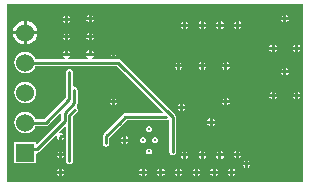
<source format=gbl>
G04*
G04 #@! TF.GenerationSoftware,Altium Limited,Altium Designer,20.2.5 (213)*
G04*
G04 Layer_Physical_Order=2*
G04 Layer_Color=16711680*
%FSLAX25Y25*%
%MOIN*%
G70*
G04*
G04 #@! TF.SameCoordinates,F18023E5-EE5D-4DE6-B478-A7BB098ACCA1*
G04*
G04*
G04 #@! TF.FilePolarity,Positive*
G04*
G01*
G75*
%ADD10C,0.01000*%
%ADD36C,0.06000*%
%ADD37R,0.06000X0.06000*%
%ADD38C,0.00787*%
%ADD39C,0.00600*%
G36*
X98427Y1D02*
X2D01*
Y59057D01*
X98427D01*
Y1D01*
D02*
G37*
%LPC*%
G36*
X93007Y55524D02*
Y54798D01*
X93733D01*
X93731Y54805D01*
X93444Y55235D01*
X93014Y55522D01*
X93007Y55524D01*
D02*
G37*
G36*
X92007D02*
X92000Y55522D01*
X91570Y55235D01*
X91282Y54805D01*
X91281Y54798D01*
X92007D01*
Y55524D01*
D02*
G37*
G36*
X28046D02*
Y54798D01*
X28772D01*
X28771Y54805D01*
X28484Y55235D01*
X28054Y55522D01*
X28046Y55524D01*
D02*
G37*
G36*
X27046D02*
X27039Y55522D01*
X26609Y55235D01*
X26322Y54805D01*
X26320Y54798D01*
X27046D01*
Y55524D01*
D02*
G37*
G36*
X20187Y55361D02*
Y54635D01*
X20913D01*
X20911Y54642D01*
X20624Y55072D01*
X20194Y55360D01*
X20187Y55361D01*
D02*
G37*
G36*
X19187D02*
X19180Y55360D01*
X18749Y55072D01*
X18462Y54642D01*
X18461Y54635D01*
X19187D01*
Y55361D01*
D02*
G37*
G36*
X93733Y53798D02*
X93007D01*
Y53072D01*
X93014Y53073D01*
X93444Y53360D01*
X93731Y53790D01*
X93733Y53798D01*
D02*
G37*
G36*
X92007D02*
X91281D01*
X91282Y53790D01*
X91570Y53360D01*
X92000Y53073D01*
X92007Y53072D01*
Y53798D01*
D02*
G37*
G36*
X28772D02*
X28046D01*
Y53072D01*
X28054Y53073D01*
X28484Y53360D01*
X28771Y53790D01*
X28772Y53798D01*
D02*
G37*
G36*
X27046D02*
X26320D01*
X26322Y53790D01*
X26609Y53360D01*
X27039Y53073D01*
X27046Y53072D01*
Y53798D01*
D02*
G37*
G36*
X20913Y53635D02*
X20187D01*
Y52909D01*
X20194Y52911D01*
X20624Y53198D01*
X20911Y53628D01*
X20913Y53635D01*
D02*
G37*
G36*
X19187D02*
X18461D01*
X18462Y53628D01*
X18749Y53198D01*
X19180Y52911D01*
X19187Y52909D01*
Y53635D01*
D02*
G37*
G36*
X77273Y53393D02*
Y52667D01*
X77999D01*
X77998Y52674D01*
X77711Y53104D01*
X77281Y53391D01*
X77273Y53393D01*
D02*
G37*
G36*
X76273D02*
X76266Y53391D01*
X75836Y53104D01*
X75549Y52674D01*
X75547Y52667D01*
X76273D01*
Y53393D01*
D02*
G37*
G36*
X71368D02*
Y52667D01*
X72094D01*
X72092Y52674D01*
X71805Y53104D01*
X71375Y53391D01*
X71368Y53393D01*
D02*
G37*
G36*
X70368D02*
X70361Y53391D01*
X69931Y53104D01*
X69643Y52674D01*
X69642Y52667D01*
X70368D01*
Y53393D01*
D02*
G37*
G36*
X65462D02*
Y52667D01*
X66188D01*
X66187Y52674D01*
X65900Y53104D01*
X65470Y53391D01*
X65462Y53393D01*
D02*
G37*
G36*
X64462D02*
X64455Y53391D01*
X64025Y53104D01*
X63738Y52674D01*
X63736Y52667D01*
X64462D01*
Y53393D01*
D02*
G37*
G36*
X59557D02*
Y52667D01*
X60283D01*
X60281Y52674D01*
X59994Y53104D01*
X59564Y53391D01*
X59557Y53393D01*
D02*
G37*
G36*
X58557D02*
X58550Y53391D01*
X58120Y53104D01*
X57832Y52674D01*
X57831Y52667D01*
X58557D01*
Y53393D01*
D02*
G37*
G36*
X77999Y51667D02*
X77273D01*
Y50941D01*
X77281Y50942D01*
X77711Y51230D01*
X77998Y51660D01*
X77999Y51667D01*
D02*
G37*
G36*
X76273D02*
X75547D01*
X75549Y51660D01*
X75836Y51230D01*
X76266Y50942D01*
X76273Y50941D01*
Y51667D01*
D02*
G37*
G36*
X72094D02*
X71368D01*
Y50941D01*
X71375Y50942D01*
X71805Y51230D01*
X72092Y51660D01*
X72094Y51667D01*
D02*
G37*
G36*
X70368D02*
X69642D01*
X69643Y51660D01*
X69931Y51230D01*
X70361Y50942D01*
X70368Y50941D01*
Y51667D01*
D02*
G37*
G36*
X66188D02*
X65462D01*
Y50941D01*
X65470Y50942D01*
X65900Y51230D01*
X66187Y51660D01*
X66188Y51667D01*
D02*
G37*
G36*
X64462D02*
X63736D01*
X63738Y51660D01*
X64025Y51230D01*
X64455Y50942D01*
X64462Y50941D01*
Y51667D01*
D02*
G37*
G36*
X60283D02*
X59557D01*
Y50941D01*
X59564Y50942D01*
X59994Y51230D01*
X60281Y51660D01*
X60283Y51667D01*
D02*
G37*
G36*
X58557D02*
X57831D01*
X57832Y51660D01*
X58120Y51230D01*
X58550Y50942D01*
X58557Y50941D01*
Y51667D01*
D02*
G37*
G36*
X6407Y53655D02*
Y50186D01*
X9876D01*
X9804Y50731D01*
X9401Y51704D01*
X8760Y52539D01*
X7925Y53180D01*
X6951Y53584D01*
X6407Y53655D01*
D02*
G37*
G36*
X5407D02*
X4863Y53584D01*
X3890Y53180D01*
X3054Y52539D01*
X2413Y51704D01*
X2010Y50731D01*
X1939Y50186D01*
X5407D01*
Y53655D01*
D02*
G37*
G36*
X28046Y49618D02*
Y48892D01*
X28772D01*
X28771Y48899D01*
X28484Y49329D01*
X28054Y49617D01*
X28046Y49618D01*
D02*
G37*
G36*
X27046D02*
X27039Y49617D01*
X26609Y49329D01*
X26322Y48899D01*
X26320Y48892D01*
X27046D01*
Y49618D01*
D02*
G37*
G36*
X20172D02*
Y48892D01*
X20898D01*
X20897Y48899D01*
X20610Y49329D01*
X20180Y49617D01*
X20172Y49618D01*
D02*
G37*
G36*
X19172D02*
X19165Y49617D01*
X18735Y49329D01*
X18448Y48899D01*
X18446Y48892D01*
X19172D01*
Y49618D01*
D02*
G37*
G36*
X28772Y47892D02*
X28046D01*
Y47166D01*
X28054Y47168D01*
X28484Y47455D01*
X28771Y47885D01*
X28772Y47892D01*
D02*
G37*
G36*
X27046D02*
X26320D01*
X26322Y47885D01*
X26609Y47455D01*
X27039Y47168D01*
X27046Y47166D01*
Y47892D01*
D02*
G37*
G36*
X20898D02*
X20172D01*
Y47166D01*
X20180Y47168D01*
X20610Y47455D01*
X20897Y47885D01*
X20898Y47892D01*
D02*
G37*
G36*
X19172D02*
X18446D01*
X18448Y47885D01*
X18735Y47455D01*
X19165Y47168D01*
X19172Y47166D01*
Y47892D01*
D02*
G37*
G36*
X9876Y49186D02*
X6407D01*
Y45718D01*
X6951Y45789D01*
X7925Y46192D01*
X8760Y46834D01*
X9401Y47669D01*
X9804Y48642D01*
X9876Y49186D01*
D02*
G37*
G36*
X5407D02*
X1939D01*
X2010Y48642D01*
X2413Y47669D01*
X3054Y46834D01*
X3890Y46192D01*
X4863Y45789D01*
X5407Y45718D01*
Y49186D01*
D02*
G37*
G36*
X96944Y45681D02*
Y44955D01*
X97670D01*
X97668Y44962D01*
X97381Y45392D01*
X96951Y45680D01*
X96944Y45681D01*
D02*
G37*
G36*
X95944D02*
X95937Y45680D01*
X95507Y45392D01*
X95219Y44962D01*
X95218Y44955D01*
X95944D01*
Y45681D01*
D02*
G37*
G36*
X89070D02*
Y44955D01*
X89796D01*
X89794Y44962D01*
X89507Y45392D01*
X89077Y45680D01*
X89070Y45681D01*
D02*
G37*
G36*
X88070D02*
X88063Y45680D01*
X87633Y45392D01*
X87345Y44962D01*
X87344Y44955D01*
X88070D01*
Y45681D01*
D02*
G37*
G36*
X97670Y43955D02*
X96944D01*
Y43229D01*
X96951Y43231D01*
X97381Y43518D01*
X97668Y43948D01*
X97670Y43955D01*
D02*
G37*
G36*
X95944D02*
X95218D01*
X95219Y43948D01*
X95507Y43518D01*
X95937Y43231D01*
X95944Y43229D01*
Y43955D01*
D02*
G37*
G36*
X89796D02*
X89070D01*
Y43229D01*
X89077Y43231D01*
X89507Y43518D01*
X89794Y43948D01*
X89796Y43955D01*
D02*
G37*
G36*
X88070D02*
X87344D01*
X87345Y43948D01*
X87633Y43518D01*
X88063Y43231D01*
X88070Y43229D01*
Y43955D01*
D02*
G37*
G36*
X28046Y43713D02*
Y42987D01*
X28772D01*
X28771Y42994D01*
X28484Y43424D01*
X28054Y43711D01*
X28046Y43713D01*
D02*
G37*
G36*
X27046D02*
X27039Y43711D01*
X26609Y43424D01*
X26322Y42994D01*
X26320Y42987D01*
X27046D01*
Y43713D01*
D02*
G37*
G36*
X20172D02*
Y42987D01*
X20898D01*
X20897Y42994D01*
X20610Y43424D01*
X20180Y43711D01*
X20172Y43713D01*
D02*
G37*
G36*
X19172D02*
X19165Y43711D01*
X18735Y43424D01*
X18448Y42994D01*
X18446Y42987D01*
X19172D01*
Y43713D01*
D02*
G37*
G36*
X35935Y42566D02*
Y41840D01*
X36661D01*
X36659Y41847D01*
X36372Y42277D01*
X35942Y42564D01*
X35935Y42566D01*
D02*
G37*
G36*
X34935D02*
X34928Y42564D01*
X34498Y42277D01*
X34210Y41847D01*
X34209Y41840D01*
X34935D01*
Y42566D01*
D02*
G37*
G36*
X73322Y39776D02*
Y39050D01*
X74048D01*
X74046Y39057D01*
X73759Y39487D01*
X73329Y39774D01*
X73322Y39776D01*
D02*
G37*
G36*
X72322D02*
X72315Y39774D01*
X71885Y39487D01*
X71597Y39057D01*
X71596Y39050D01*
X72322D01*
Y39776D01*
D02*
G37*
G36*
X65448D02*
Y39050D01*
X66174D01*
X66172Y39057D01*
X65885Y39487D01*
X65455Y39774D01*
X65448Y39776D01*
D02*
G37*
G36*
X64448D02*
X64441Y39774D01*
X64011Y39487D01*
X63723Y39057D01*
X63722Y39050D01*
X64448D01*
Y39776D01*
D02*
G37*
G36*
X57574D02*
Y39050D01*
X58300D01*
X58298Y39057D01*
X58011Y39487D01*
X57581Y39774D01*
X57574Y39776D01*
D02*
G37*
G36*
X56574D02*
X56567Y39774D01*
X56137Y39487D01*
X55849Y39057D01*
X55848Y39050D01*
X56574D01*
Y39776D01*
D02*
G37*
G36*
X74048Y38050D02*
X73322D01*
Y37324D01*
X73329Y37325D01*
X73759Y37612D01*
X74046Y38042D01*
X74048Y38050D01*
D02*
G37*
G36*
X72322D02*
X71596D01*
X71597Y38042D01*
X71885Y37612D01*
X72315Y37325D01*
X72322Y37324D01*
Y38050D01*
D02*
G37*
G36*
X66174D02*
X65448D01*
Y37324D01*
X65455Y37325D01*
X65885Y37612D01*
X66172Y38042D01*
X66174Y38050D01*
D02*
G37*
G36*
X64448D02*
X63722D01*
X63723Y38042D01*
X64011Y37612D01*
X64441Y37325D01*
X64448Y37324D01*
Y38050D01*
D02*
G37*
G36*
X58300D02*
X57574D01*
Y37324D01*
X57581Y37325D01*
X58011Y37612D01*
X58298Y38042D01*
X58300Y38050D01*
D02*
G37*
G36*
X56574D02*
X55848D01*
X55849Y38042D01*
X56137Y37612D01*
X56567Y37325D01*
X56574Y37324D01*
Y38050D01*
D02*
G37*
G36*
X93007Y37807D02*
Y37081D01*
X93733D01*
X93731Y37088D01*
X93444Y37518D01*
X93014Y37806D01*
X93007Y37807D01*
D02*
G37*
G36*
X92007D02*
X92000Y37806D01*
X91570Y37518D01*
X91282Y37088D01*
X91281Y37081D01*
X92007D01*
Y37807D01*
D02*
G37*
G36*
X93733Y36081D02*
X93007D01*
Y35355D01*
X93014Y35357D01*
X93444Y35644D01*
X93731Y36074D01*
X93733Y36081D01*
D02*
G37*
G36*
X92007D02*
X91281D01*
X91282Y36074D01*
X91570Y35644D01*
X92000Y35357D01*
X92007Y35355D01*
Y36081D01*
D02*
G37*
G36*
X96944Y29933D02*
Y29207D01*
X97670D01*
X97668Y29214D01*
X97381Y29644D01*
X96951Y29932D01*
X96944Y29933D01*
D02*
G37*
G36*
X95944D02*
X95937Y29932D01*
X95507Y29644D01*
X95219Y29214D01*
X95218Y29207D01*
X95944D01*
Y29933D01*
D02*
G37*
G36*
X89070D02*
Y29207D01*
X89796D01*
X89794Y29214D01*
X89507Y29644D01*
X89077Y29932D01*
X89070Y29933D01*
D02*
G37*
G36*
X88070D02*
X88063Y29932D01*
X87633Y29644D01*
X87345Y29214D01*
X87344Y29207D01*
X88070D01*
Y29933D01*
D02*
G37*
G36*
X97670Y28207D02*
X96944D01*
Y27481D01*
X96951Y27483D01*
X97381Y27770D01*
X97668Y28200D01*
X97670Y28207D01*
D02*
G37*
G36*
X95944D02*
X95218D01*
X95219Y28200D01*
X95507Y27770D01*
X95937Y27483D01*
X95944Y27481D01*
Y28207D01*
D02*
G37*
G36*
X89796D02*
X89070D01*
Y27481D01*
X89077Y27483D01*
X89507Y27770D01*
X89794Y28200D01*
X89796Y28207D01*
D02*
G37*
G36*
X88070D02*
X87344D01*
X87345Y28200D01*
X87633Y27770D01*
X88063Y27483D01*
X88070Y27481D01*
Y28207D01*
D02*
G37*
G36*
X73322Y27965D02*
Y27239D01*
X74048D01*
X74046Y27246D01*
X73759Y27676D01*
X73329Y27963D01*
X73322Y27965D01*
D02*
G37*
G36*
X72322D02*
X72315Y27963D01*
X71885Y27676D01*
X71597Y27246D01*
X71596Y27239D01*
X72322D01*
Y27965D01*
D02*
G37*
G36*
X35920D02*
Y27239D01*
X36646D01*
X36645Y27246D01*
X36358Y27676D01*
X35928Y27963D01*
X35920Y27965D01*
D02*
G37*
G36*
X34920D02*
X34913Y27963D01*
X34483Y27676D01*
X34196Y27246D01*
X34194Y27239D01*
X34920D01*
Y27965D01*
D02*
G37*
G36*
X5907Y33318D02*
X4967Y33194D01*
X4092Y32831D01*
X3340Y32254D01*
X2763Y31502D01*
X2400Y30626D01*
X2276Y29686D01*
X2400Y28747D01*
X2763Y27871D01*
X3340Y27119D01*
X4092Y26542D01*
X4967Y26179D01*
X5907Y26055D01*
X6847Y26179D01*
X7723Y26542D01*
X8475Y27119D01*
X9052Y27871D01*
X9415Y28747D01*
X9538Y29686D01*
X9415Y30626D01*
X9052Y31502D01*
X8475Y32254D01*
X7723Y32831D01*
X6847Y33194D01*
X5907Y33318D01*
D02*
G37*
G36*
X74048Y26239D02*
X73322D01*
Y25512D01*
X73329Y25514D01*
X73759Y25801D01*
X74046Y26231D01*
X74048Y26239D01*
D02*
G37*
G36*
X72322D02*
X71596D01*
X71597Y26231D01*
X71885Y25801D01*
X72315Y25514D01*
X72322Y25512D01*
Y26239D01*
D02*
G37*
G36*
X36646D02*
X35920D01*
Y25512D01*
X35928Y25514D01*
X36358Y25801D01*
X36645Y26231D01*
X36646Y26239D01*
D02*
G37*
G36*
X34920D02*
X34194D01*
X34196Y26231D01*
X34483Y25801D01*
X34913Y25514D01*
X34920Y25512D01*
Y26239D01*
D02*
G37*
G36*
X58558Y25996D02*
Y25270D01*
X59284D01*
X59283Y25277D01*
X58995Y25707D01*
X58565Y25995D01*
X58558Y25996D01*
D02*
G37*
G36*
X57558D02*
X57551Y25995D01*
X57121Y25707D01*
X56834Y25277D01*
X56832Y25270D01*
X57558D01*
Y25996D01*
D02*
G37*
G36*
X59284Y24270D02*
X58558D01*
Y23544D01*
X58565Y23546D01*
X58995Y23833D01*
X59283Y24263D01*
X59284Y24270D01*
D02*
G37*
G36*
X57558D02*
X56832D01*
X56834Y24263D01*
X57121Y23833D01*
X57551Y23546D01*
X57558Y23544D01*
Y24270D01*
D02*
G37*
G36*
X5907Y43317D02*
X4967Y43194D01*
X4092Y42831D01*
X3340Y42254D01*
X2763Y41502D01*
X2400Y40626D01*
X2276Y39686D01*
X2400Y38747D01*
X2763Y37871D01*
X3340Y37119D01*
X4092Y36542D01*
X4967Y36179D01*
X5907Y36055D01*
X6847Y36179D01*
X7723Y36542D01*
X8475Y37119D01*
X9052Y37871D01*
X9339Y38565D01*
X36452D01*
X51779Y23238D01*
X51588Y22776D01*
X39372D01*
X39372Y22776D01*
X38943Y22691D01*
X38579Y22448D01*
X38579Y22448D01*
X36610Y20480D01*
X36610Y20479D01*
X32057Y15927D01*
X31814Y15563D01*
X31729Y15134D01*
X31729Y15134D01*
Y12741D01*
X31814Y12311D01*
X32057Y11947D01*
X32421Y11704D01*
X32851Y11619D01*
X33280Y11704D01*
X33644Y11947D01*
X33887Y12311D01*
X33972Y12741D01*
Y14669D01*
X38196Y18893D01*
X38196Y18893D01*
X39836Y20533D01*
X52452D01*
X52744Y20475D01*
X53173Y20561D01*
X53498Y20778D01*
X53692Y20733D01*
X53998Y20594D01*
Y9844D01*
X54084Y9415D01*
X54327Y9051D01*
X54691Y8808D01*
X55120Y8722D01*
X55549Y8808D01*
X55913Y9051D01*
X56156Y9415D01*
X56241Y9844D01*
Y21484D01*
X56241Y21484D01*
X56156Y21913D01*
X55913Y22277D01*
X55913Y22277D01*
X37710Y40479D01*
X37346Y40723D01*
X36917Y40808D01*
X36917Y40809D01*
X36907Y40840D01*
X33732D01*
X33705Y40808D01*
X28205D01*
X28132Y41029D01*
X28122Y41308D01*
X28484Y41549D01*
X28771Y41979D01*
X28772Y41987D01*
X26320D01*
X26322Y41979D01*
X26609Y41549D01*
X26970Y41308D01*
X26961Y41029D01*
X26887Y40808D01*
X20332D01*
X20258Y41029D01*
X20248Y41308D01*
X20610Y41549D01*
X20897Y41979D01*
X20898Y41987D01*
X18446D01*
X18448Y41979D01*
X18735Y41549D01*
X19096Y41308D01*
X19087Y41029D01*
X19013Y40808D01*
X9339D01*
X9052Y41502D01*
X8475Y42254D01*
X7723Y42831D01*
X6847Y43194D01*
X5907Y43317D01*
D02*
G37*
G36*
X20671Y37540D02*
X20242Y37455D01*
X19878Y37212D01*
X19635Y36848D01*
X19549Y36419D01*
Y28025D01*
X12332Y20808D01*
X9339D01*
X9052Y21502D01*
X8475Y22254D01*
X7723Y22831D01*
X6847Y23194D01*
X5907Y23317D01*
X4967Y23194D01*
X4092Y22831D01*
X3340Y22254D01*
X2763Y21502D01*
X2400Y20626D01*
X2276Y19686D01*
X2400Y18747D01*
X2763Y17871D01*
X3340Y17119D01*
X4092Y16542D01*
X4967Y16179D01*
X5907Y16055D01*
X6847Y16179D01*
X7723Y16542D01*
X8475Y17119D01*
X9052Y17871D01*
X9339Y18565D01*
X12797D01*
X12797Y18565D01*
X13226Y18650D01*
X13590Y18893D01*
X17449Y22753D01*
X17950Y22546D01*
Y20519D01*
X9969Y12539D01*
X9507Y12731D01*
Y13286D01*
X2307D01*
Y6086D01*
X9507D01*
Y9338D01*
X9821Y9684D01*
X10251Y9769D01*
X10615Y10012D01*
X15953Y15350D01*
X16413Y15104D01*
X16378Y14928D01*
X16479Y14420D01*
X16767Y13990D01*
X17197Y13703D01*
X17204Y13701D01*
Y14928D01*
X17704D01*
Y15428D01*
X18930D01*
X18928Y15435D01*
X18641Y15865D01*
X18211Y16152D01*
X17704Y16253D01*
X17527Y16218D01*
X17281Y16679D01*
X19088Y18485D01*
X19549Y18294D01*
Y6891D01*
X19635Y6462D01*
X19878Y6098D01*
X20242Y5855D01*
X20671Y5770D01*
X21100Y5855D01*
X21464Y6098D01*
X21707Y6462D01*
X21793Y6891D01*
Y21723D01*
X23166Y23097D01*
X23410Y23460D01*
X23495Y23890D01*
X23410Y24319D01*
X23166Y24683D01*
X23064Y25257D01*
X23064Y25257D01*
X23307Y25621D01*
X23393Y26050D01*
Y30513D01*
X23307Y30942D01*
X23064Y31306D01*
X22700Y31549D01*
X22271Y31635D01*
X21793Y32049D01*
Y36419D01*
X21707Y36848D01*
X21464Y37212D01*
X21100Y37455D01*
X20671Y37540D01*
D02*
G37*
G36*
X68401Y21075D02*
Y20349D01*
X69127D01*
X69125Y20356D01*
X68838Y20786D01*
X68408Y21073D01*
X68401Y21075D01*
D02*
G37*
G36*
X67401D02*
X67393Y21073D01*
X66963Y20786D01*
X66676Y20356D01*
X66675Y20349D01*
X67401D01*
Y21075D01*
D02*
G37*
G36*
X69127Y19349D02*
X68401D01*
Y18623D01*
X68408Y18624D01*
X68838Y18912D01*
X69125Y19342D01*
X69127Y19349D01*
D02*
G37*
G36*
X67401D02*
X66675D01*
X66676Y19342D01*
X66963Y18912D01*
X67393Y18624D01*
X67401Y18623D01*
Y19349D01*
D02*
G37*
G36*
X47218Y18534D02*
X46830Y18457D01*
X46501Y18237D01*
X46282Y17909D01*
X46205Y17521D01*
X46282Y17133D01*
X46501Y16805D01*
X46830Y16585D01*
X47218Y16508D01*
X47606Y16585D01*
X47934Y16805D01*
X48154Y17133D01*
X48231Y17521D01*
X48154Y17909D01*
X47934Y18237D01*
X47606Y18457D01*
X47218Y18534D01*
D02*
G37*
G36*
X39630Y15035D02*
Y14310D01*
X40356D01*
X40354Y14317D01*
X40067Y14747D01*
X39637Y15034D01*
X39630Y15035D01*
D02*
G37*
G36*
X38630D02*
X38623Y15034D01*
X38193Y14747D01*
X37905Y14317D01*
X37904Y14310D01*
X38630D01*
Y15035D01*
D02*
G37*
G36*
X18930Y14427D02*
X18204D01*
Y13701D01*
X18211Y13703D01*
X18641Y13990D01*
X18928Y14420D01*
X18930Y14427D01*
D02*
G37*
G36*
X49186Y14794D02*
X48799Y14717D01*
X48470Y14497D01*
X48250Y14169D01*
X48173Y13781D01*
X48250Y13393D01*
X48470Y13065D01*
X48799Y12845D01*
X49186Y12768D01*
X49574Y12845D01*
X49903Y13065D01*
X50122Y13393D01*
X50200Y13781D01*
X50122Y14169D01*
X49903Y14497D01*
X49574Y14717D01*
X49186Y14794D01*
D02*
G37*
G36*
X45249D02*
X44862Y14717D01*
X44533Y14497D01*
X44313Y14169D01*
X44236Y13781D01*
X44313Y13393D01*
X44533Y13065D01*
X44862Y12845D01*
X45249Y12768D01*
X45637Y12845D01*
X45966Y13065D01*
X46185Y13393D01*
X46262Y13781D01*
X46185Y14169D01*
X45966Y14497D01*
X45637Y14717D01*
X45249Y14794D01*
D02*
G37*
G36*
X40356Y13309D02*
X39630D01*
Y12584D01*
X39637Y12585D01*
X40067Y12872D01*
X40354Y13302D01*
X40356Y13309D01*
D02*
G37*
G36*
X38630D02*
X37904D01*
X37905Y13302D01*
X38193Y12872D01*
X38623Y12585D01*
X38630Y12584D01*
Y13309D01*
D02*
G37*
G36*
X18204Y10248D02*
Y9522D01*
X18930D01*
X18928Y9529D01*
X18641Y9959D01*
X18211Y10247D01*
X18204Y10248D01*
D02*
G37*
G36*
X17204D02*
X17197Y10247D01*
X16767Y9959D01*
X16479Y9529D01*
X16478Y9522D01*
X17204D01*
Y10248D01*
D02*
G37*
G36*
X77133Y10226D02*
Y9500D01*
X77859D01*
X77858Y9507D01*
X77571Y9937D01*
X77141Y10224D01*
X77133Y10226D01*
D02*
G37*
G36*
X76133D02*
X76126Y10224D01*
X75696Y9937D01*
X75409Y9507D01*
X75407Y9500D01*
X76133D01*
Y10226D01*
D02*
G37*
G36*
X71368Y10086D02*
Y9360D01*
X72094D01*
X72092Y9367D01*
X71805Y9797D01*
X71375Y10084D01*
X71368Y10086D01*
D02*
G37*
G36*
X70368D02*
X70361Y10084D01*
X69931Y9797D01*
X69643Y9367D01*
X69642Y9360D01*
X70368D01*
Y10086D01*
D02*
G37*
G36*
X65462D02*
Y9360D01*
X66188D01*
X66187Y9367D01*
X65900Y9797D01*
X65470Y10084D01*
X65462Y10086D01*
D02*
G37*
G36*
X64462D02*
X64455Y10084D01*
X64025Y9797D01*
X63738Y9367D01*
X63736Y9360D01*
X64462D01*
Y10086D01*
D02*
G37*
G36*
X59557D02*
Y9360D01*
X60283D01*
X60281Y9367D01*
X59994Y9797D01*
X59564Y10084D01*
X59557Y10086D01*
D02*
G37*
G36*
X58557D02*
X58550Y10084D01*
X58120Y9797D01*
X57832Y9367D01*
X57831Y9360D01*
X58557D01*
Y10086D01*
D02*
G37*
G36*
X47218Y11054D02*
X46830Y10977D01*
X46501Y10757D01*
X46282Y10429D01*
X46205Y10041D01*
X46282Y9653D01*
X46501Y9324D01*
X46830Y9105D01*
X47218Y9028D01*
X47606Y9105D01*
X47934Y9324D01*
X48154Y9653D01*
X48231Y10041D01*
X48154Y10429D01*
X47934Y10757D01*
X47606Y10977D01*
X47218Y11054D01*
D02*
G37*
G36*
X18930Y8522D02*
X18204D01*
Y7796D01*
X18211Y7797D01*
X18641Y8085D01*
X18928Y8515D01*
X18930Y8522D01*
D02*
G37*
G36*
X17204D02*
X16478D01*
X16479Y8515D01*
X16767Y8085D01*
X17197Y7797D01*
X17204Y7796D01*
Y8522D01*
D02*
G37*
G36*
X77859Y8500D02*
X77133D01*
Y7774D01*
X77141Y7775D01*
X77571Y8062D01*
X77858Y8492D01*
X77859Y8500D01*
D02*
G37*
G36*
X76133D02*
X75407D01*
X75409Y8492D01*
X75696Y8062D01*
X76126Y7775D01*
X76133Y7774D01*
Y8500D01*
D02*
G37*
G36*
X72094Y8360D02*
X71368D01*
Y7634D01*
X71375Y7635D01*
X71805Y7922D01*
X72092Y8352D01*
X72094Y8360D01*
D02*
G37*
G36*
X70368D02*
X69642D01*
X69643Y8352D01*
X69931Y7922D01*
X70361Y7635D01*
X70368Y7634D01*
Y8360D01*
D02*
G37*
G36*
X66188D02*
X65462D01*
Y7634D01*
X65470Y7635D01*
X65900Y7922D01*
X66187Y8352D01*
X66188Y8360D01*
D02*
G37*
G36*
X64462D02*
X63736D01*
X63738Y8352D01*
X64025Y7922D01*
X64455Y7635D01*
X64462Y7634D01*
Y8360D01*
D02*
G37*
G36*
X60283D02*
X59557D01*
Y7634D01*
X59564Y7635D01*
X59994Y7922D01*
X60281Y8352D01*
X60283Y8360D01*
D02*
G37*
G36*
X58557D02*
X57831D01*
X57832Y8352D01*
X58120Y7922D01*
X58550Y7635D01*
X58557Y7634D01*
Y8360D01*
D02*
G37*
G36*
X80226Y7133D02*
Y6407D01*
X80952D01*
X80951Y6414D01*
X80663Y6844D01*
X80233Y7131D01*
X80226Y7133D01*
D02*
G37*
G36*
X79226D02*
X79219Y7131D01*
X78789Y6844D01*
X78502Y6414D01*
X78500Y6407D01*
X79226D01*
Y7133D01*
D02*
G37*
G36*
X80952Y5407D02*
X80226D01*
Y4681D01*
X80233Y4682D01*
X80663Y4970D01*
X80951Y5400D01*
X80952Y5407D01*
D02*
G37*
G36*
X79226D02*
X78500D01*
X78502Y5400D01*
X78789Y4970D01*
X79219Y4682D01*
X79226Y4681D01*
Y5407D01*
D02*
G37*
G36*
X75290Y4343D02*
Y3616D01*
X76016D01*
X76015Y3624D01*
X75728Y4054D01*
X75298Y4341D01*
X75290Y4343D01*
D02*
G37*
G36*
X74290D02*
X74283Y4341D01*
X73853Y4054D01*
X73566Y3624D01*
X73564Y3616D01*
X74290D01*
Y4343D01*
D02*
G37*
G36*
X69385D02*
Y3616D01*
X70111D01*
X70109Y3624D01*
X69822Y4054D01*
X69392Y4341D01*
X69385Y4343D01*
D02*
G37*
G36*
X68385D02*
X68378Y4341D01*
X67948Y4054D01*
X67660Y3624D01*
X67659Y3616D01*
X68385D01*
Y4343D01*
D02*
G37*
G36*
X63479D02*
Y3616D01*
X64205D01*
X64204Y3624D01*
X63917Y4054D01*
X63487Y4341D01*
X63479Y4343D01*
D02*
G37*
G36*
X62479D02*
X62472Y4341D01*
X62042Y4054D01*
X61755Y3624D01*
X61753Y3616D01*
X62479D01*
Y4343D01*
D02*
G37*
G36*
X57574D02*
Y3616D01*
X58300D01*
X58298Y3624D01*
X58011Y4054D01*
X57581Y4341D01*
X57574Y4343D01*
D02*
G37*
G36*
X56574D02*
X56567Y4341D01*
X56137Y4054D01*
X55849Y3624D01*
X55848Y3616D01*
X56574D01*
Y4343D01*
D02*
G37*
G36*
X51668D02*
Y3616D01*
X52394D01*
X52393Y3624D01*
X52106Y4054D01*
X51676Y4341D01*
X51668Y4343D01*
D02*
G37*
G36*
X50668D02*
X50661Y4341D01*
X50231Y4054D01*
X49944Y3624D01*
X49942Y3616D01*
X50668D01*
Y4343D01*
D02*
G37*
G36*
X45763D02*
Y3616D01*
X46489D01*
X46487Y3624D01*
X46200Y4054D01*
X45770Y4341D01*
X45763Y4343D01*
D02*
G37*
G36*
X44763D02*
X44756Y4341D01*
X44326Y4054D01*
X44038Y3624D01*
X44037Y3616D01*
X44763D01*
Y4343D01*
D02*
G37*
G36*
X18204D02*
Y3616D01*
X18930D01*
X18928Y3624D01*
X18641Y4054D01*
X18211Y4341D01*
X18204Y4343D01*
D02*
G37*
G36*
X17204D02*
X17197Y4341D01*
X16767Y4054D01*
X16479Y3624D01*
X16478Y3616D01*
X17204D01*
Y4343D01*
D02*
G37*
G36*
X76016Y2616D02*
X75290D01*
Y1891D01*
X75298Y1892D01*
X75728Y2179D01*
X76015Y2609D01*
X76016Y2616D01*
D02*
G37*
G36*
X74290D02*
X73564D01*
X73566Y2609D01*
X73853Y2179D01*
X74283Y1892D01*
X74290Y1891D01*
Y2616D01*
D02*
G37*
G36*
X70111D02*
X69385D01*
Y1891D01*
X69392Y1892D01*
X69822Y2179D01*
X70109Y2609D01*
X70111Y2616D01*
D02*
G37*
G36*
X68385D02*
X67659D01*
X67660Y2609D01*
X67948Y2179D01*
X68378Y1892D01*
X68385Y1891D01*
Y2616D01*
D02*
G37*
G36*
X64205D02*
X63479D01*
Y1891D01*
X63487Y1892D01*
X63917Y2179D01*
X64204Y2609D01*
X64205Y2616D01*
D02*
G37*
G36*
X62479D02*
X61753D01*
X61755Y2609D01*
X62042Y2179D01*
X62472Y1892D01*
X62479Y1891D01*
Y2616D01*
D02*
G37*
G36*
X58300D02*
X57574D01*
Y1891D01*
X57581Y1892D01*
X58011Y2179D01*
X58298Y2609D01*
X58300Y2616D01*
D02*
G37*
G36*
X56574D02*
X55848D01*
X55849Y2609D01*
X56137Y2179D01*
X56567Y1892D01*
X56574Y1891D01*
Y2616D01*
D02*
G37*
G36*
X52394D02*
X51668D01*
Y1891D01*
X51676Y1892D01*
X52106Y2179D01*
X52393Y2609D01*
X52394Y2616D01*
D02*
G37*
G36*
X50668D02*
X49942D01*
X49944Y2609D01*
X50231Y2179D01*
X50661Y1892D01*
X50668Y1891D01*
Y2616D01*
D02*
G37*
G36*
X46489D02*
X45763D01*
Y1891D01*
X45770Y1892D01*
X46200Y2179D01*
X46487Y2609D01*
X46489Y2616D01*
D02*
G37*
G36*
X44763D02*
X44037D01*
X44038Y2609D01*
X44326Y2179D01*
X44756Y1892D01*
X44763Y1891D01*
Y2616D01*
D02*
G37*
G36*
X18930D02*
X18204D01*
Y1891D01*
X18211Y1892D01*
X18641Y2179D01*
X18928Y2609D01*
X18930Y2616D01*
D02*
G37*
G36*
X17204D02*
X16478D01*
X16479Y2609D01*
X16767Y2179D01*
X17197Y1892D01*
X17204Y1891D01*
Y2616D01*
D02*
G37*
%LPD*%
D10*
X5907Y19686D02*
X12797D01*
X20671Y27560D02*
Y36419D01*
X12797Y19686D02*
X20671Y27560D01*
X19071Y20055D02*
Y22850D01*
X5907Y9686D02*
X7026Y10805D01*
X9821D01*
X19071Y20055D01*
Y22850D02*
X22271Y26050D01*
Y30513D01*
X20671Y6891D02*
Y22187D01*
X22373Y23890D01*
X32851Y12741D02*
Y15134D01*
X37403Y19686D02*
Y19686D01*
X32851Y15134D02*
X37403Y19686D01*
X36917Y39686D02*
X55120Y21484D01*
Y9844D02*
Y21484D01*
X5907Y39686D02*
X36917D01*
X39372Y21655D02*
X52686D01*
X37403Y19686D02*
X39372Y21655D01*
X52686D02*
X52744Y21597D01*
D36*
X5907Y39686D02*
D03*
Y29686D02*
D03*
Y19686D02*
D03*
Y49686D02*
D03*
D37*
Y9686D02*
D03*
D38*
X47218Y17521D02*
D03*
Y10041D02*
D03*
X49186Y13781D02*
D03*
X45249D02*
D03*
D39*
X17704Y14928D02*
D03*
X79726Y5907D02*
D03*
X35420Y26739D02*
D03*
X72822D02*
D03*
Y38550D02*
D03*
X64948D02*
D03*
X57074D02*
D03*
X17704Y3117D02*
D03*
Y9022D02*
D03*
X19672Y48392D02*
D03*
X27546Y54298D02*
D03*
Y42487D02*
D03*
Y48392D02*
D03*
X19672Y42487D02*
D03*
X19687Y54135D02*
D03*
X92507Y54298D02*
D03*
X88570Y28707D02*
D03*
X96444D02*
D03*
Y44455D02*
D03*
X88570D02*
D03*
X92507Y36581D02*
D03*
X74790Y3117D02*
D03*
X68885D02*
D03*
X62979D02*
D03*
X57074D02*
D03*
X51168D02*
D03*
X45263D02*
D03*
X67901Y19849D02*
D03*
X58058Y24770D02*
D03*
X32851Y12741D02*
D03*
X20671Y36419D02*
D03*
X55120Y9844D02*
D03*
X52744Y21597D02*
D03*
X39130Y13810D02*
D03*
X76633Y9000D02*
D03*
X64962Y8860D02*
D03*
X70868D02*
D03*
X59057D02*
D03*
X22271Y30513D02*
D03*
X22373Y23890D02*
D03*
X20671Y6891D02*
D03*
X35435Y41340D02*
D03*
X59057Y52167D02*
D03*
X64962D02*
D03*
X70868D02*
D03*
X76773D02*
D03*
M02*

</source>
